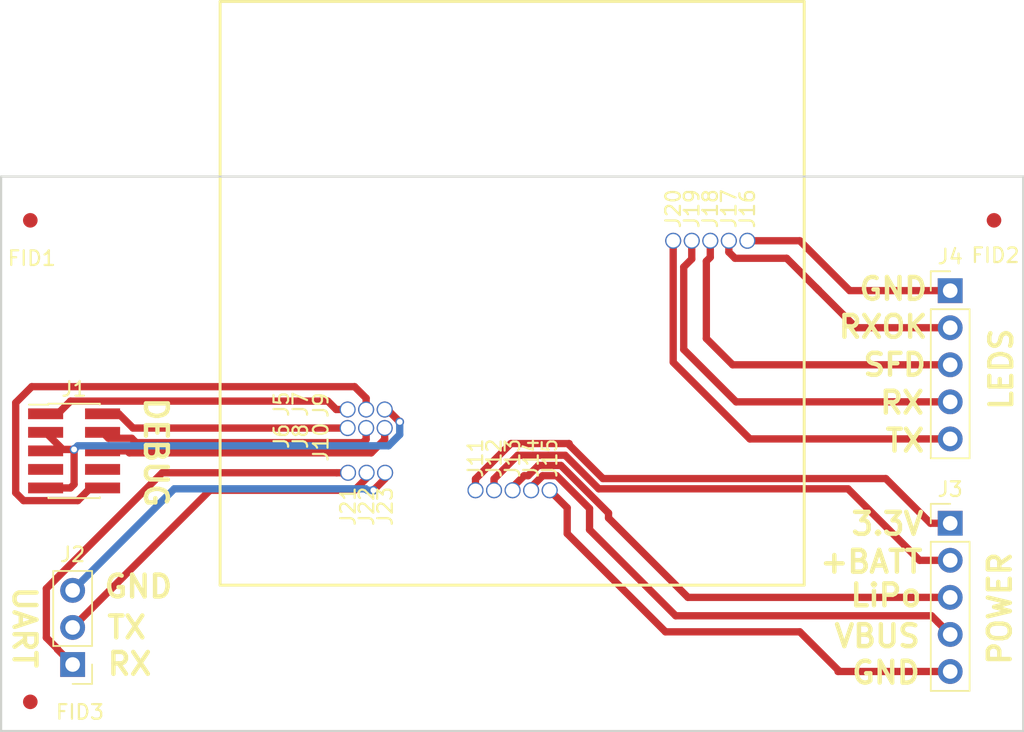
<source format=kicad_pcb>
(kicad_pcb (version 4) (host pcbnew 4.0.7-e2-6376~61~ubuntu18.04.1)

  (general
    (links 21)
    (no_connects 0)
    (area 113.728572 59.899999 186.271429 111.775)
    (thickness 1.6)
    (drawings 25)
    (tracks 126)
    (zones 0)
    (modules 34)
    (nets 25)
  )

  (page A4)
  (layers
    (0 F.Cu signal)
    (31 B.Cu signal)
    (32 B.Adhes user)
    (33 F.Adhes user)
    (34 B.Paste user)
    (35 F.Paste user)
    (36 B.SilkS user)
    (37 F.SilkS user)
    (38 B.Mask user)
    (39 F.Mask user)
    (40 Dwgs.User user)
    (41 Cmts.User user)
    (42 Eco1.User user)
    (43 Eco2.User user)
    (44 Edge.Cuts user)
    (45 Margin user)
    (46 B.CrtYd user)
    (47 F.CrtYd user)
    (48 B.Fab user)
    (49 F.Fab user)
  )

  (setup
    (last_trace_width 0.25)
    (user_trace_width 0.5)
    (trace_clearance 0.2)
    (zone_clearance 0.508)
    (zone_45_only no)
    (trace_min 0.2)
    (segment_width 0.2)
    (edge_width 0.15)
    (via_size 0.6)
    (via_drill 0.4)
    (via_min_size 0.4)
    (via_min_drill 0.3)
    (uvia_size 0.3)
    (uvia_drill 0.1)
    (uvias_allowed no)
    (uvia_min_size 0.2)
    (uvia_min_drill 0.1)
    (pcb_text_width 0.3)
    (pcb_text_size 1.5 1.5)
    (mod_edge_width 0.15)
    (mod_text_size 1 1)
    (mod_text_width 0.15)
    (pad_size 2.7 2.7)
    (pad_drill 2.7)
    (pad_to_mask_clearance 0.2)
    (aux_axis_origin 0 0)
    (visible_elements FFFFFF7F)
    (pcbplotparams
      (layerselection 0x010f8_80000001)
      (usegerberextensions false)
      (excludeedgelayer true)
      (linewidth 0.100000)
      (plotframeref false)
      (viasonmask false)
      (mode 1)
      (useauxorigin false)
      (hpglpennumber 1)
      (hpglpenspeed 20)
      (hpglpendiameter 15)
      (hpglpenoverlay 2)
      (psnegative false)
      (psa4output false)
      (plotreference true)
      (plotvalue true)
      (plotinvisibletext false)
      (padsonsilk false)
      (subtractmaskfromsilk false)
      (outputformat 1)
      (mirror false)
      (drillshape 0)
      (scaleselection 1)
      (outputdirectory gerber/))
  )

  (net 0 "")
  (net 1 "Net-(FID1-Pad~)")
  (net 2 "Net-(FID2-Pad~)")
  (net 3 "Net-(FID3-Pad~)")
  (net 4 "Net-(J1-Pad1)")
  (net 5 "Net-(J1-Pad2)")
  (net 6 "Net-(J1-Pad3)")
  (net 7 "Net-(J1-Pad4)")
  (net 8 "Net-(J1-Pad6)")
  (net 9 "Net-(J1-Pad7)")
  (net 10 "Net-(J1-Pad8)")
  (net 11 "Net-(J1-Pad10)")
  (net 12 "Net-(J2-Pad1)")
  (net 13 "Net-(J2-Pad2)")
  (net 14 "Net-(J2-Pad3)")
  (net 15 "Net-(J11-Pad1)")
  (net 16 "Net-(J12-Pad1)")
  (net 17 "Net-(J13-Pad1)")
  (net 18 "Net-(J14-Pad1)")
  (net 19 "Net-(J15-Pad1)")
  (net 20 "Net-(J16-Pad1)")
  (net 21 "Net-(J17-Pad1)")
  (net 22 "Net-(J18-Pad1)")
  (net 23 "Net-(J19-Pad1)")
  (net 24 "Net-(J20-Pad1)")

  (net_class Default "This is the default net class."
    (clearance 0.2)
    (trace_width 0.25)
    (via_dia 0.6)
    (via_drill 0.4)
    (uvia_dia 0.3)
    (uvia_drill 0.1)
    (add_net "Net-(FID1-Pad~)")
    (add_net "Net-(FID2-Pad~)")
    (add_net "Net-(FID3-Pad~)")
    (add_net "Net-(J1-Pad1)")
    (add_net "Net-(J1-Pad10)")
    (add_net "Net-(J1-Pad2)")
    (add_net "Net-(J1-Pad3)")
    (add_net "Net-(J1-Pad4)")
    (add_net "Net-(J1-Pad6)")
    (add_net "Net-(J1-Pad7)")
    (add_net "Net-(J1-Pad8)")
    (add_net "Net-(J11-Pad1)")
    (add_net "Net-(J12-Pad1)")
    (add_net "Net-(J13-Pad1)")
    (add_net "Net-(J14-Pad1)")
    (add_net "Net-(J15-Pad1)")
    (add_net "Net-(J16-Pad1)")
    (add_net "Net-(J17-Pad1)")
    (add_net "Net-(J18-Pad1)")
    (add_net "Net-(J19-Pad1)")
    (add_net "Net-(J2-Pad1)")
    (add_net "Net-(J2-Pad2)")
    (add_net "Net-(J2-Pad3)")
    (add_net "Net-(J20-Pad1)")
  )

  (net_class Power ""
    (clearance 0.2)
    (trace_width 0.5)
    (via_dia 0.6)
    (via_drill 0.4)
    (uvia_dia 0.3)
    (uvia_drill 0.1)
  )

  (module Mounting_Holes:MountingHole_2.7mm_M2.5 (layer F.Cu) (tedit 5C4884A1) (tstamp 5C489D28)
    (at 176 75)
    (descr "Mounting Hole 2.7mm, no annular, M2.5")
    (tags "mounting hole 2.7mm no annular m2.5")
    (fp_text reference REF** (at 0 -3.7) (layer F.SilkS) hide
      (effects (font (size 1 1) (thickness 0.15)))
    )
    (fp_text value MountingHole_2.7mm_M2.5 (at 0 3.7) (layer F.Fab) hide
      (effects (font (size 1 1) (thickness 0.15)))
    )
    (fp_circle (center 0 0) (end 2.7 0) (layer Cmts.User) (width 0.15))
    (fp_circle (center 0 0) (end 2.95 0) (layer F.CrtYd) (width 0.05))
    (pad 1 np_thru_hole circle (at 0 0) (size 2.7 2.7) (drill 2.7) (layers *.Cu *.Mask))
  )

  (module Mounting_Holes:MountingHole_2.7mm_M2.5 (layer F.Cu) (tedit 5C4884A1) (tstamp 5C489D1B)
    (at 124 75)
    (descr "Mounting Hole 2.7mm, no annular, M2.5")
    (tags "mounting hole 2.7mm no annular m2.5")
    (fp_text reference REF** (at 0 -3.7) (layer F.SilkS) hide
      (effects (font (size 1 1) (thickness 0.15)))
    )
    (fp_text value MountingHole_2.7mm_M2.5 (at 0 3.7) (layer F.Fab) hide
      (effects (font (size 1 1) (thickness 0.15)))
    )
    (fp_circle (center 0 0) (end 2.7 0) (layer Cmts.User) (width 0.15))
    (fp_circle (center 0 0) (end 2.95 0) (layer F.CrtYd) (width 0.05))
    (pad 1 np_thru_hole circle (at 0 0) (size 2.7 2.7) (drill 2.7) (layers *.Cu *.Mask))
  )

  (module Mounting_Holes:MountingHole_2.7mm_M2.5 (layer F.Cu) (tedit 5C4884A1) (tstamp 5C489D07)
    (at 167 107)
    (descr "Mounting Hole 2.7mm, no annular, M2.5")
    (tags "mounting hole 2.7mm no annular m2.5")
    (fp_text reference REF** (at 0 -3.7) (layer F.SilkS) hide
      (effects (font (size 1 1) (thickness 0.15)))
    )
    (fp_text value MountingHole_2.7mm_M2.5 (at 0 3.7) (layer F.Fab) hide
      (effects (font (size 1 1) (thickness 0.15)))
    )
    (fp_circle (center 0 0) (end 2.7 0) (layer Cmts.User) (width 0.15))
    (fp_circle (center 0 0) (end 2.95 0) (layer F.CrtYd) (width 0.05))
    (pad 1 np_thru_hole circle (at 0 0) (size 2.7 2.7) (drill 2.7) (layers *.Cu *.Mask))
  )

  (module Mounting_Holes:MountingHole_2.7mm_M2.5 (layer F.Cu) (tedit 5C4884A1) (tstamp 5C489D01)
    (at 133 107)
    (descr "Mounting Hole 2.7mm, no annular, M2.5")
    (tags "mounting hole 2.7mm no annular m2.5")
    (fp_text reference REF** (at 0 -3.7) (layer F.SilkS) hide
      (effects (font (size 1 1) (thickness 0.15)))
    )
    (fp_text value MountingHole_2.7mm_M2.5 (at 0 3.7) (layer F.Fab) hide
      (effects (font (size 1 1) (thickness 0.15)))
    )
    (fp_circle (center 0 0) (end 2.7 0) (layer Cmts.User) (width 0.15))
    (fp_circle (center 0 0) (end 2.95 0) (layer F.CrtYd) (width 0.05))
    (pad 1 np_thru_hole circle (at 0 0) (size 2.7 2.7) (drill 2.7) (layers *.Cu *.Mask))
  )

  (module Mounting_Holes:MountingHole_2.7mm_M2.5 (layer F.Cu) (tedit 5C4884A4) (tstamp 5C488395)
    (at 167 81)
    (descr "Mounting Hole 2.7mm, no annular, M2.5")
    (tags "mounting hole 2.7mm no annular m2.5")
    (fp_text reference REF** (at 0 -3.7) (layer F.SilkS) hide
      (effects (font (size 1 1) (thickness 0.15)))
    )
    (fp_text value MountingHole_2.7mm_M2.5 (at 0 3.7) (layer F.Fab) hide
      (effects (font (size 1 1) (thickness 0.15)))
    )
    (fp_circle (center 0 0) (end 2.7 0) (layer Cmts.User) (width 0.15))
    (fp_circle (center 0 0) (end 2.95 0) (layer F.CrtYd) (width 0.05))
    (pad 1 np_thru_hole circle (at 0 0) (size 2.7 2.7) (drill 2.7) (layers *.Cu *.Mask))
  )

  (module Mounting_Holes:MountingHole_2.7mm_M2.5 (layer F.Cu) (tedit 5C4884A1) (tstamp 5C488391)
    (at 133 97)
    (descr "Mounting Hole 2.7mm, no annular, M2.5")
    (tags "mounting hole 2.7mm no annular m2.5")
    (fp_text reference REF** (at 0 -3.7) (layer F.SilkS) hide
      (effects (font (size 1 1) (thickness 0.15)))
    )
    (fp_text value MountingHole_2.7mm_M2.5 (at 0 3.7) (layer F.Fab) hide
      (effects (font (size 1 1) (thickness 0.15)))
    )
    (fp_circle (center 0 0) (end 2.7 0) (layer Cmts.User) (width 0.15))
    (fp_circle (center 0 0) (end 2.95 0) (layer F.CrtYd) (width 0.05))
    (pad 1 np_thru_hole circle (at 0 0) (size 2.7 2.7) (drill 2.7) (layers *.Cu *.Mask))
  )

  (module Mounting_Holes:MountingHole_2.7mm_M2.5 (layer F.Cu) (tedit 5C4884A7) (tstamp 5C48838D)
    (at 167 97)
    (descr "Mounting Hole 2.7mm, no annular, M2.5")
    (tags "mounting hole 2.7mm no annular m2.5")
    (fp_text reference REF** (at 0 -3.7) (layer F.SilkS) hide
      (effects (font (size 1 1) (thickness 0.15)))
    )
    (fp_text value MountingHole_2.7mm_M2.5 (at 0 3.7) (layer F.Fab) hide
      (effects (font (size 1 1) (thickness 0.15)))
    )
    (fp_circle (center 0 0) (end 2.7 0) (layer Cmts.User) (width 0.15))
    (fp_circle (center 0 0) (end 2.95 0) (layer F.CrtYd) (width 0.05))
    (pad 1 np_thru_hole circle (at 0 0) (size 2.7 2.7) (drill 2.7) (layers *.Cu *.Mask))
  )

  (module Mounting_Holes:MountingHole_2.7mm_M2.5 (layer F.Cu) (tedit 5C48849D) (tstamp 5C48838A)
    (at 133 81)
    (descr "Mounting Hole 2.7mm, no annular, M2.5")
    (tags "mounting hole 2.7mm no annular m2.5")
    (fp_text reference REF** (at 0 -3.7) (layer F.SilkS) hide
      (effects (font (size 1 1) (thickness 0.15)))
    )
    (fp_text value MountingHole_2.7mm_M2.5 (at 0 3.7) (layer F.Fab) hide
      (effects (font (size 1 1) (thickness 0.15)))
    )
    (fp_circle (center 0 0) (end 2.7 0) (layer Cmts.User) (width 0.15))
    (fp_circle (center 0 0) (end 2.95 0) (layer F.CrtYd) (width 0.05))
    (pad 1 np_thru_hole circle (at 0 0) (size 2.7 2.7) (drill 2.7) (layers *.Cu *.Mask))
  )

  (module Fiducials:Fiducial_1mm_Dia_2.54mm_Outer_CopperTop (layer F.Cu) (tedit 5C48949A) (tstamp 5C48852A)
    (at 117 75)
    (descr "Circular Fiducial, 1mm bare copper top; 2.54mm keepout")
    (tags marker)
    (path /5C47453D)
    (attr smd)
    (fp_text reference FID1 (at 0.1 2.6) (layer F.SilkS)
      (effects (font (size 1 1) (thickness 0.15)))
    )
    (fp_text value Fiducial (at 0 -1.8) (layer F.Fab) hide
      (effects (font (size 1 1) (thickness 0.15)))
    )
    (fp_circle (center 0 0) (end 1.55 0) (layer F.CrtYd) (width 0.05))
    (pad ~ smd circle (at 0 0) (size 1 1) (layers F.Cu F.Mask)
      (net 1 "Net-(FID1-Pad~)") (solder_mask_margin 0.77) (clearance 0.77))
  )

  (module Fiducials:Fiducial_1mm_Dia_2.54mm_Outer_CopperTop (layer F.Cu) (tedit 5C48949D) (tstamp 5C48852F)
    (at 183 75)
    (descr "Circular Fiducial, 1mm bare copper top; 2.54mm keepout")
    (tags marker)
    (path /5C4745DA)
    (attr smd)
    (fp_text reference FID2 (at 0.1 2.4) (layer F.SilkS)
      (effects (font (size 1 1) (thickness 0.15)))
    )
    (fp_text value Fiducial (at 0 -1.8) (layer F.Fab) hide
      (effects (font (size 1 1) (thickness 0.15)))
    )
    (fp_circle (center 0 0) (end 1.55 0) (layer F.CrtYd) (width 0.05))
    (pad ~ smd circle (at 0 0) (size 1 1) (layers F.Cu F.Mask)
      (net 2 "Net-(FID2-Pad~)") (solder_mask_margin 0.77) (clearance 0.77))
  )

  (module Fiducials:Fiducial_1mm_Dia_2.54mm_Outer_CopperTop (layer F.Cu) (tedit 5C489496) (tstamp 5C488534)
    (at 117 108)
    (descr "Circular Fiducial, 1mm bare copper top; 2.54mm keepout")
    (tags marker)
    (path /5C4746D1)
    (attr smd)
    (fp_text reference FID3 (at 3.4 0.7) (layer F.SilkS)
      (effects (font (size 1 1) (thickness 0.15)))
    )
    (fp_text value Fiducial (at 0 -1.8) (layer F.Fab) hide
      (effects (font (size 1 1) (thickness 0.15)))
    )
    (fp_circle (center 0 0) (end 1.55 0) (layer F.CrtYd) (width 0.05))
    (pad ~ smd circle (at 0 0) (size 1 1) (layers F.Cu F.Mask)
      (net 3 "Net-(FID3-Pad~)") (solder_mask_margin 0.77) (clearance 0.77))
  )

  (module Pin_Headers:Pin_Header_Straight_2x05_Pitch1.27mm_SMD (layer F.Cu) (tedit 5C489AB2) (tstamp 5C488542)
    (at 120 90.8)
    (descr "surface-mounted straight pin header, 2x05, 1.27mm pitch, double rows")
    (tags "Surface mounted pin header SMD 2x05 1.27mm double row")
    (path /5C41218E)
    (attr smd)
    (fp_text reference J1 (at 0 -4.235) (layer F.SilkS)
      (effects (font (size 1 1) (thickness 0.15)))
    )
    (fp_text value HOST_DEBUG (at 0 4.235) (layer F.Fab) hide
      (effects (font (size 1 1) (thickness 0.15)))
    )
    (fp_line (start 1.705 3.175) (end -1.705 3.175) (layer F.Fab) (width 0.1))
    (fp_line (start -1.27 -3.175) (end 1.705 -3.175) (layer F.Fab) (width 0.1))
    (fp_line (start -1.705 3.175) (end -1.705 -2.74) (layer F.Fab) (width 0.1))
    (fp_line (start -1.705 -2.74) (end -1.27 -3.175) (layer F.Fab) (width 0.1))
    (fp_line (start 1.705 -3.175) (end 1.705 3.175) (layer F.Fab) (width 0.1))
    (fp_line (start -1.705 -2.74) (end -2.75 -2.74) (layer F.Fab) (width 0.1))
    (fp_line (start -2.75 -2.74) (end -2.75 -2.34) (layer F.Fab) (width 0.1))
    (fp_line (start -2.75 -2.34) (end -1.705 -2.34) (layer F.Fab) (width 0.1))
    (fp_line (start 1.705 -2.74) (end 2.75 -2.74) (layer F.Fab) (width 0.1))
    (fp_line (start 2.75 -2.74) (end 2.75 -2.34) (layer F.Fab) (width 0.1))
    (fp_line (start 2.75 -2.34) (end 1.705 -2.34) (layer F.Fab) (width 0.1))
    (fp_line (start -1.705 -1.47) (end -2.75 -1.47) (layer F.Fab) (width 0.1))
    (fp_line (start -2.75 -1.47) (end -2.75 -1.07) (layer F.Fab) (width 0.1))
    (fp_line (start -2.75 -1.07) (end -1.705 -1.07) (layer F.Fab) (width 0.1))
    (fp_line (start 1.705 -1.47) (end 2.75 -1.47) (layer F.Fab) (width 0.1))
    (fp_line (start 2.75 -1.47) (end 2.75 -1.07) (layer F.Fab) (width 0.1))
    (fp_line (start 2.75 -1.07) (end 1.705 -1.07) (layer F.Fab) (width 0.1))
    (fp_line (start -1.705 -0.2) (end -2.75 -0.2) (layer F.Fab) (width 0.1))
    (fp_line (start -2.75 -0.2) (end -2.75 0.2) (layer F.Fab) (width 0.1))
    (fp_line (start -2.75 0.2) (end -1.705 0.2) (layer F.Fab) (width 0.1))
    (fp_line (start 1.705 -0.2) (end 2.75 -0.2) (layer F.Fab) (width 0.1))
    (fp_line (start 2.75 -0.2) (end 2.75 0.2) (layer F.Fab) (width 0.1))
    (fp_line (start 2.75 0.2) (end 1.705 0.2) (layer F.Fab) (width 0.1))
    (fp_line (start -1.705 1.07) (end -2.75 1.07) (layer F.Fab) (width 0.1))
    (fp_line (start -2.75 1.07) (end -2.75 1.47) (layer F.Fab) (width 0.1))
    (fp_line (start -2.75 1.47) (end -1.705 1.47) (layer F.Fab) (width 0.1))
    (fp_line (start 1.705 1.07) (end 2.75 1.07) (layer F.Fab) (width 0.1))
    (fp_line (start 2.75 1.07) (end 2.75 1.47) (layer F.Fab) (width 0.1))
    (fp_line (start 2.75 1.47) (end 1.705 1.47) (layer F.Fab) (width 0.1))
    (fp_line (start -1.705 2.34) (end -2.75 2.34) (layer F.Fab) (width 0.1))
    (fp_line (start -2.75 2.34) (end -2.75 2.74) (layer F.Fab) (width 0.1))
    (fp_line (start -2.75 2.74) (end -1.705 2.74) (layer F.Fab) (width 0.1))
    (fp_line (start 1.705 2.34) (end 2.75 2.34) (layer F.Fab) (width 0.1))
    (fp_line (start 2.75 2.34) (end 2.75 2.74) (layer F.Fab) (width 0.1))
    (fp_line (start 2.75 2.74) (end 1.705 2.74) (layer F.Fab) (width 0.1))
    (fp_line (start -1.765 -3.235) (end 1.765 -3.235) (layer F.SilkS) (width 0.12))
    (fp_line (start -1.765 3.235) (end 1.765 3.235) (layer F.SilkS) (width 0.12))
    (fp_line (start -3.09 -3.17) (end -1.765 -3.17) (layer F.SilkS) (width 0.12))
    (fp_line (start -1.765 -3.235) (end -1.765 -3.17) (layer F.SilkS) (width 0.12))
    (fp_line (start 1.765 -3.235) (end 1.765 -3.17) (layer F.SilkS) (width 0.12))
    (fp_line (start -1.765 3.17) (end -1.765 3.235) (layer F.SilkS) (width 0.12))
    (fp_line (start 1.765 3.17) (end 1.765 3.235) (layer F.SilkS) (width 0.12))
    (fp_line (start -4.3 -3.7) (end -4.3 3.7) (layer F.CrtYd) (width 0.05))
    (fp_line (start -4.3 3.7) (end 4.3 3.7) (layer F.CrtYd) (width 0.05))
    (fp_line (start 4.3 3.7) (end 4.3 -3.7) (layer F.CrtYd) (width 0.05))
    (fp_line (start 4.3 -3.7) (end -4.3 -3.7) (layer F.CrtYd) (width 0.05))
    (fp_text user %R (at 0 0 90) (layer F.Fab)
      (effects (font (size 1 1) (thickness 0.15)))
    )
    (pad 1 smd rect (at -1.95 -2.54) (size 2.4 0.74) (layers F.Cu F.Paste F.Mask)
      (net 4 "Net-(J1-Pad1)"))
    (pad 2 smd rect (at 1.95 -2.54) (size 2.4 0.74) (layers F.Cu F.Paste F.Mask)
      (net 5 "Net-(J1-Pad2)"))
    (pad 3 smd rect (at -1.95 -1.27) (size 2.4 0.74) (layers F.Cu F.Paste F.Mask)
      (net 6 "Net-(J1-Pad3)"))
    (pad 4 smd rect (at 1.95 -1.27) (size 2.4 0.74) (layers F.Cu F.Paste F.Mask)
      (net 7 "Net-(J1-Pad4)"))
    (pad 5 smd rect (at -1.95 0) (size 2.4 0.74) (layers F.Cu F.Paste F.Mask)
      (net 6 "Net-(J1-Pad3)"))
    (pad 6 smd rect (at 1.95 0) (size 2.4 0.74) (layers F.Cu F.Paste F.Mask)
      (net 8 "Net-(J1-Pad6)"))
    (pad 7 smd rect (at -1.95 1.27) (size 2.4 0.74) (layers F.Cu F.Paste F.Mask)
      (net 9 "Net-(J1-Pad7)"))
    (pad 8 smd rect (at 1.95 1.27) (size 2.4 0.74) (layers F.Cu F.Paste F.Mask)
      (net 10 "Net-(J1-Pad8)"))
    (pad 9 smd rect (at -1.95 2.54) (size 2.4 0.74) (layers F.Cu F.Paste F.Mask)
      (net 6 "Net-(J1-Pad3)"))
    (pad 10 smd rect (at 1.95 2.54) (size 2.4 0.74) (layers F.Cu F.Paste F.Mask)
      (net 11 "Net-(J1-Pad10)"))
    (model ${KISYS3DMOD}/Pin_Headers.3dshapes/Pin_Header_Straight_2x05_Pitch1.27mm_SMD.wrl
      (at (xyz 0 0 0))
      (scale (xyz 1 1 1))
      (rotate (xyz 0 0 0))
    )
  )

  (module Pin_Headers:Pin_Header_Straight_1x03_Pitch2.54mm (layer F.Cu) (tedit 5C489AB5) (tstamp 5C488549)
    (at 119.9 105.44 180)
    (descr "Through hole straight pin header, 1x03, 2.54mm pitch, single row")
    (tags "Through hole pin header THT 1x03 2.54mm single row")
    (path /5C411FEF)
    (fp_text reference J2 (at 0 7.54 180) (layer F.SilkS)
      (effects (font (size 1 1) (thickness 0.15)))
    )
    (fp_text value HOST_UART (at 0 7.41 180) (layer F.Fab) hide
      (effects (font (size 1 1) (thickness 0.15)))
    )
    (fp_line (start -0.635 -1.27) (end 1.27 -1.27) (layer F.Fab) (width 0.1))
    (fp_line (start 1.27 -1.27) (end 1.27 6.35) (layer F.Fab) (width 0.1))
    (fp_line (start 1.27 6.35) (end -1.27 6.35) (layer F.Fab) (width 0.1))
    (fp_line (start -1.27 6.35) (end -1.27 -0.635) (layer F.Fab) (width 0.1))
    (fp_line (start -1.27 -0.635) (end -0.635 -1.27) (layer F.Fab) (width 0.1))
    (fp_line (start -1.33 6.41) (end 1.33 6.41) (layer F.SilkS) (width 0.12))
    (fp_line (start -1.33 1.27) (end -1.33 6.41) (layer F.SilkS) (width 0.12))
    (fp_line (start 1.33 1.27) (end 1.33 6.41) (layer F.SilkS) (width 0.12))
    (fp_line (start -1.33 1.27) (end 1.33 1.27) (layer F.SilkS) (width 0.12))
    (fp_line (start -1.33 0) (end -1.33 -1.33) (layer F.SilkS) (width 0.12))
    (fp_line (start -1.33 -1.33) (end 0 -1.33) (layer F.SilkS) (width 0.12))
    (fp_line (start -1.8 -1.8) (end -1.8 6.85) (layer F.CrtYd) (width 0.05))
    (fp_line (start -1.8 6.85) (end 1.8 6.85) (layer F.CrtYd) (width 0.05))
    (fp_line (start 1.8 6.85) (end 1.8 -1.8) (layer F.CrtYd) (width 0.05))
    (fp_line (start 1.8 -1.8) (end -1.8 -1.8) (layer F.CrtYd) (width 0.05))
    (fp_text user %R (at 0 2.54 270) (layer F.Fab)
      (effects (font (size 1 1) (thickness 0.15)))
    )
    (pad 1 thru_hole rect (at 0 0 180) (size 1.7 1.7) (drill 1) (layers *.Cu *.Mask)
      (net 12 "Net-(J2-Pad1)"))
    (pad 2 thru_hole oval (at 0 2.54 180) (size 1.7 1.7) (drill 1) (layers *.Cu *.Mask)
      (net 13 "Net-(J2-Pad2)"))
    (pad 3 thru_hole oval (at 0 5.08 180) (size 1.7 1.7) (drill 1) (layers *.Cu *.Mask)
      (net 14 "Net-(J2-Pad3)"))
    (model ${KISYS3DMOD}/Pin_Headers.3dshapes/Pin_Header_Straight_1x03_Pitch2.54mm.wrl
      (at (xyz 0 0 0))
      (scale (xyz 1 1 1))
      (rotate (xyz 0 0 0))
    )
  )

  (module Pin_Headers:Pin_Header_Straight_1x05_Pitch2.54mm (layer F.Cu) (tedit 5C489AB9) (tstamp 5C488552)
    (at 180 95.76)
    (descr "Through hole straight pin header, 1x05, 2.54mm pitch, single row")
    (tags "Through hole pin header THT 1x05 2.54mm single row")
    (path /5C41231B)
    (fp_text reference J3 (at 0 -2.33) (layer F.SilkS)
      (effects (font (size 1 1) (thickness 0.15)))
    )
    (fp_text value HOST_POWER (at 0 12.49) (layer F.Fab) hide
      (effects (font (size 1 1) (thickness 0.15)))
    )
    (fp_line (start -0.635 -1.27) (end 1.27 -1.27) (layer F.Fab) (width 0.1))
    (fp_line (start 1.27 -1.27) (end 1.27 11.43) (layer F.Fab) (width 0.1))
    (fp_line (start 1.27 11.43) (end -1.27 11.43) (layer F.Fab) (width 0.1))
    (fp_line (start -1.27 11.43) (end -1.27 -0.635) (layer F.Fab) (width 0.1))
    (fp_line (start -1.27 -0.635) (end -0.635 -1.27) (layer F.Fab) (width 0.1))
    (fp_line (start -1.33 11.49) (end 1.33 11.49) (layer F.SilkS) (width 0.12))
    (fp_line (start -1.33 1.27) (end -1.33 11.49) (layer F.SilkS) (width 0.12))
    (fp_line (start 1.33 1.27) (end 1.33 11.49) (layer F.SilkS) (width 0.12))
    (fp_line (start -1.33 1.27) (end 1.33 1.27) (layer F.SilkS) (width 0.12))
    (fp_line (start -1.33 0) (end -1.33 -1.33) (layer F.SilkS) (width 0.12))
    (fp_line (start -1.33 -1.33) (end 0 -1.33) (layer F.SilkS) (width 0.12))
    (fp_line (start -1.8 -1.8) (end -1.8 11.95) (layer F.CrtYd) (width 0.05))
    (fp_line (start -1.8 11.95) (end 1.8 11.95) (layer F.CrtYd) (width 0.05))
    (fp_line (start 1.8 11.95) (end 1.8 -1.8) (layer F.CrtYd) (width 0.05))
    (fp_line (start 1.8 -1.8) (end -1.8 -1.8) (layer F.CrtYd) (width 0.05))
    (fp_text user %R (at 0 5.08 90) (layer F.Fab)
      (effects (font (size 1 1) (thickness 0.15)))
    )
    (pad 1 thru_hole rect (at 0 0) (size 1.7 1.7) (drill 1) (layers *.Cu *.Mask)
      (net 15 "Net-(J11-Pad1)"))
    (pad 2 thru_hole oval (at 0 2.54) (size 1.7 1.7) (drill 1) (layers *.Cu *.Mask)
      (net 16 "Net-(J12-Pad1)"))
    (pad 3 thru_hole oval (at 0 5.08) (size 1.7 1.7) (drill 1) (layers *.Cu *.Mask)
      (net 17 "Net-(J13-Pad1)"))
    (pad 4 thru_hole oval (at 0 7.62) (size 1.7 1.7) (drill 1) (layers *.Cu *.Mask)
      (net 18 "Net-(J14-Pad1)"))
    (pad 5 thru_hole oval (at 0 10.16) (size 1.7 1.7) (drill 1) (layers *.Cu *.Mask)
      (net 19 "Net-(J15-Pad1)"))
    (model ${KISYS3DMOD}/Pin_Headers.3dshapes/Pin_Header_Straight_1x05_Pitch2.54mm.wrl
      (at (xyz 0 0 0))
      (scale (xyz 1 1 1))
      (rotate (xyz 0 0 0))
    )
  )

  (module Pin_Headers:Pin_Header_Straight_1x05_Pitch2.54mm (layer F.Cu) (tedit 5C489AB7) (tstamp 5C48855B)
    (at 180 79.82)
    (descr "Through hole straight pin header, 1x05, 2.54mm pitch, single row")
    (tags "Through hole pin header THT 1x05 2.54mm single row")
    (path /5C4121EB)
    (fp_text reference J4 (at 0 -2.33) (layer F.SilkS)
      (effects (font (size 1 1) (thickness 0.15)))
    )
    (fp_text value HOST_LEDS (at 0 12.49) (layer F.Fab) hide
      (effects (font (size 1 1) (thickness 0.15)))
    )
    (fp_line (start -0.635 -1.27) (end 1.27 -1.27) (layer F.Fab) (width 0.1))
    (fp_line (start 1.27 -1.27) (end 1.27 11.43) (layer F.Fab) (width 0.1))
    (fp_line (start 1.27 11.43) (end -1.27 11.43) (layer F.Fab) (width 0.1))
    (fp_line (start -1.27 11.43) (end -1.27 -0.635) (layer F.Fab) (width 0.1))
    (fp_line (start -1.27 -0.635) (end -0.635 -1.27) (layer F.Fab) (width 0.1))
    (fp_line (start -1.33 11.49) (end 1.33 11.49) (layer F.SilkS) (width 0.12))
    (fp_line (start -1.33 1.27) (end -1.33 11.49) (layer F.SilkS) (width 0.12))
    (fp_line (start 1.33 1.27) (end 1.33 11.49) (layer F.SilkS) (width 0.12))
    (fp_line (start -1.33 1.27) (end 1.33 1.27) (layer F.SilkS) (width 0.12))
    (fp_line (start -1.33 0) (end -1.33 -1.33) (layer F.SilkS) (width 0.12))
    (fp_line (start -1.33 -1.33) (end 0 -1.33) (layer F.SilkS) (width 0.12))
    (fp_line (start -1.8 -1.8) (end -1.8 11.95) (layer F.CrtYd) (width 0.05))
    (fp_line (start -1.8 11.95) (end 1.8 11.95) (layer F.CrtYd) (width 0.05))
    (fp_line (start 1.8 11.95) (end 1.8 -1.8) (layer F.CrtYd) (width 0.05))
    (fp_line (start 1.8 -1.8) (end -1.8 -1.8) (layer F.CrtYd) (width 0.05))
    (fp_text user %R (at 0 5.08 90) (layer F.Fab)
      (effects (font (size 1 1) (thickness 0.15)))
    )
    (pad 1 thru_hole rect (at 0 0) (size 1.7 1.7) (drill 1) (layers *.Cu *.Mask)
      (net 20 "Net-(J16-Pad1)"))
    (pad 2 thru_hole oval (at 0 2.54) (size 1.7 1.7) (drill 1) (layers *.Cu *.Mask)
      (net 21 "Net-(J17-Pad1)"))
    (pad 3 thru_hole oval (at 0 5.08) (size 1.7 1.7) (drill 1) (layers *.Cu *.Mask)
      (net 22 "Net-(J18-Pad1)"))
    (pad 4 thru_hole oval (at 0 7.62) (size 1.7 1.7) (drill 1) (layers *.Cu *.Mask)
      (net 23 "Net-(J19-Pad1)"))
    (pad 5 thru_hole oval (at 0 10.16) (size 1.7 1.7) (drill 1) (layers *.Cu *.Mask)
      (net 24 "Net-(J20-Pad1)"))
    (model ${KISYS3DMOD}/Pin_Headers.3dshapes/Pin_Header_Straight_1x05_Pitch2.54mm.wrl
      (at (xyz 0 0 0))
      (scale (xyz 1 1 1))
      (rotate (xyz 0 0 0))
    )
  )

  (module jig:Harwin-Sleeve-S13-1.27mm (layer F.Cu) (tedit 5C4885C4) (tstamp 5C488560)
    (at 138.73 87.965)
    (path /5C48999A)
    (fp_text reference J5 (at -4.53 -0.365 90) (layer F.SilkS)
      (effects (font (size 1 1) (thickness 0.15)))
    )
    (fp_text value S13 (at -0.1 -1.5) (layer F.Fab) hide
      (effects (font (size 1 1) (thickness 0.15)))
    )
    (pad 1 thru_hole circle (at 0 0) (size 1.1 1.1) (drill 0.92) (layers *.Cu *.Mask)
      (net 4 "Net-(J1-Pad1)"))
    (model ${KIPRJMOD}/Harwin-s13-503.wrl
      (at (xyz 0 0 0))
      (scale (xyz 1 1 1))
      (rotate (xyz 0 0 0))
    )
  )

  (module jig:Harwin-Sleeve-S13-1.27mm (layer F.Cu) (tedit 5C4885C9) (tstamp 5C488565)
    (at 138.73 89.235)
    (path /5C489855)
    (fp_text reference J6 (at -4.53 0.565 90) (layer F.SilkS)
      (effects (font (size 1 1) (thickness 0.15)))
    )
    (fp_text value S13 (at -0.1 -1.5) (layer F.Fab) hide
      (effects (font (size 1 1) (thickness 0.15)))
    )
    (pad 1 thru_hole circle (at 0 0) (size 1.1 1.1) (drill 0.92) (layers *.Cu *.Mask)
      (net 5 "Net-(J1-Pad2)"))
    (model ${KIPRJMOD}/Harwin-s13-503.wrl
      (at (xyz 0 0 0))
      (scale (xyz 1 1 1))
      (rotate (xyz 0 0 0))
    )
  )

  (module jig:Harwin-Sleeve-S13-1.27mm (layer F.Cu) (tedit 5C4885C1) (tstamp 5C48856A)
    (at 140 87.965)
    (path /5C489A15)
    (fp_text reference J7 (at -4.5 -0.365 90) (layer F.SilkS)
      (effects (font (size 1 1) (thickness 0.15)))
    )
    (fp_text value S13 (at -0.1 -1.5) (layer F.Fab) hide
      (effects (font (size 1 1) (thickness 0.15)))
    )
    (pad 1 thru_hole circle (at 0 0) (size 1.1 1.1) (drill 0.92) (layers *.Cu *.Mask)
      (net 11 "Net-(J1-Pad10)"))
    (model ${KIPRJMOD}/Harwin-s13-503.wrl
      (at (xyz 0 0 0))
      (scale (xyz 1 1 1))
      (rotate (xyz 0 0 0))
    )
  )

  (module jig:Harwin-Sleeve-S13-1.27mm (layer F.Cu) (tedit 5C4885C7) (tstamp 5C48856F)
    (at 140 89.235)
    (path /5C4898B4)
    (fp_text reference J8 (at -4.5 0.565 90) (layer F.SilkS)
      (effects (font (size 1 1) (thickness 0.15)))
    )
    (fp_text value S13 (at -0.1 -1.5) (layer F.Fab) hide
      (effects (font (size 1 1) (thickness 0.15)))
    )
    (pad 1 thru_hole circle (at 0 0) (size 1.1 1.1) (drill 0.92) (layers *.Cu *.Mask)
      (net 7 "Net-(J1-Pad4)"))
    (model ${KIPRJMOD}/Harwin-s13-503.wrl
      (at (xyz 0 0 0))
      (scale (xyz 1 1 1))
      (rotate (xyz 0 0 0))
    )
  )

  (module jig:Harwin-Sleeve-S13-1.27mm (layer F.Cu) (tedit 5C4885BF) (tstamp 5C488574)
    (at 141.27 87.965)
    (path /5C489A68)
    (fp_text reference J9 (at -4.37 -0.3 90) (layer F.SilkS)
      (effects (font (size 1 1) (thickness 0.15)))
    )
    (fp_text value S13 (at -0.1 -1.5) (layer F.Fab) hide
      (effects (font (size 1 1) (thickness 0.15)))
    )
    (pad 1 thru_hole circle (at 0 0) (size 1.1 1.1) (drill 0.92) (layers *.Cu *.Mask)
      (net 6 "Net-(J1-Pad3)"))
    (model ${KIPRJMOD}/Harwin-s13-503.wrl
      (at (xyz 0 0 0))
      (scale (xyz 1 1 1))
      (rotate (xyz 0 0 0))
    )
  )

  (module jig:Harwin-Sleeve-S13-1.27mm (layer F.Cu) (tedit 5C4885BC) (tstamp 5C488579)
    (at 141.27 89.235)
    (path /5C489947)
    (fp_text reference J10 (at -4.37 0.965 90) (layer F.SilkS)
      (effects (font (size 1 1) (thickness 0.15)))
    )
    (fp_text value S13 (at -0.1 -1.5) (layer F.Fab) hide
      (effects (font (size 1 1) (thickness 0.15)))
    )
    (pad 1 thru_hole circle (at 0 0) (size 1.1 1.1) (drill 0.92) (layers *.Cu *.Mask)
      (net 8 "Net-(J1-Pad6)"))
    (model ${KIPRJMOD}/Harwin-s13-503.wrl
      (at (xyz 0 0 0))
      (scale (xyz 1 1 1))
      (rotate (xyz 0 0 0))
    )
  )

  (module jig:Harwin-Sleeve-S13-1.27mm (layer F.Cu) (tedit 5C488A75) (tstamp 5C48857E)
    (at 147.49 93.5)
    (path /5C4874D3)
    (fp_text reference J11 (at 0 -2.2 90) (layer F.SilkS)
      (effects (font (size 1 1) (thickness 0.15)))
    )
    (fp_text value S13 (at -0.1 -1.5) (layer F.Fab) hide
      (effects (font (size 1 1) (thickness 0.15)))
    )
    (pad 1 thru_hole circle (at 0 0) (size 1.1 1.1) (drill 0.92) (layers *.Cu *.Mask)
      (net 15 "Net-(J11-Pad1)"))
    (model ${KIPRJMOD}/Harwin-s13-503.wrl
      (at (xyz 0 0 0))
      (scale (xyz 1 1 1))
      (rotate (xyz 0 0 0))
    )
  )

  (module jig:Harwin-Sleeve-S13-1.27mm (layer F.Cu) (tedit 5C488A77) (tstamp 5C488583)
    (at 148.76 93.5)
    (path /5C48755A)
    (fp_text reference J12 (at 0 -2.2 90) (layer F.SilkS)
      (effects (font (size 1 1) (thickness 0.15)))
    )
    (fp_text value S13 (at -0.1 -1.5) (layer F.Fab) hide
      (effects (font (size 1 1) (thickness 0.15)))
    )
    (pad 1 thru_hole circle (at 0 0) (size 1.1 1.1) (drill 0.92) (layers *.Cu *.Mask)
      (net 16 "Net-(J12-Pad1)"))
    (model ${KIPRJMOD}/Harwin-s13-503.wrl
      (at (xyz 0 0 0))
      (scale (xyz 1 1 1))
      (rotate (xyz 0 0 0))
    )
  )

  (module jig:Harwin-Sleeve-S13-1.27mm (layer F.Cu) (tedit 5C488A7A) (tstamp 5C488588)
    (at 150.03 93.5)
    (path /5C487589)
    (fp_text reference J13 (at 0 -2.2 90) (layer F.SilkS)
      (effects (font (size 1 1) (thickness 0.15)))
    )
    (fp_text value S13 (at -0.1 -1.5) (layer F.Fab) hide
      (effects (font (size 1 1) (thickness 0.15)))
    )
    (pad 1 thru_hole circle (at 0 0) (size 1.1 1.1) (drill 0.92) (layers *.Cu *.Mask)
      (net 17 "Net-(J13-Pad1)"))
    (model ${KIPRJMOD}/Harwin-s13-503.wrl
      (at (xyz 0 0 0))
      (scale (xyz 1 1 1))
      (rotate (xyz 0 0 0))
    )
  )

  (module jig:Harwin-Sleeve-S13-1.27mm (layer F.Cu) (tedit 5C488A7C) (tstamp 5C48858D)
    (at 151.3 93.5)
    (path /5C4875C8)
    (fp_text reference J14 (at 0 -2.2 90) (layer F.SilkS)
      (effects (font (size 1 1) (thickness 0.15)))
    )
    (fp_text value S13 (at -0.1 -1.5) (layer F.Fab) hide
      (effects (font (size 1 1) (thickness 0.15)))
    )
    (pad 1 thru_hole circle (at 0 0) (size 1.1 1.1) (drill 0.92) (layers *.Cu *.Mask)
      (net 18 "Net-(J14-Pad1)"))
    (model ${KIPRJMOD}/Harwin-s13-503.wrl
      (at (xyz 0 0 0))
      (scale (xyz 1 1 1))
      (rotate (xyz 0 0 0))
    )
  )

  (module jig:Harwin-Sleeve-S13-1.27mm (layer F.Cu) (tedit 5C488A7F) (tstamp 5C488592)
    (at 152.57 93.5)
    (path /5C48762B)
    (fp_text reference J15 (at 0 -2.2 90) (layer F.SilkS)
      (effects (font (size 1 1) (thickness 0.15)))
    )
    (fp_text value S13 (at -0.1 -1.5) (layer F.Fab) hide
      (effects (font (size 1 1) (thickness 0.15)))
    )
    (pad 1 thru_hole circle (at 0 0) (size 1.1 1.1) (drill 0.92) (layers *.Cu *.Mask)
      (net 19 "Net-(J15-Pad1)"))
    (model ${KIPRJMOD}/Harwin-s13-503.wrl
      (at (xyz 0 0 0))
      (scale (xyz 1 1 1))
      (rotate (xyz 0 0 0))
    )
  )

  (module jig:Harwin-Sleeve-S13-1.27mm (layer F.Cu) (tedit 5C488747) (tstamp 5C488597)
    (at 166.11 76.4)
    (path /5C4884C7)
    (fp_text reference J16 (at 0 -2.2 90) (layer F.SilkS)
      (effects (font (size 1 1) (thickness 0.15)))
    )
    (fp_text value S13 (at -0.1 -1.5) (layer F.Fab) hide
      (effects (font (size 1 1) (thickness 0.15)))
    )
    (pad 1 thru_hole circle (at 0 0) (size 1.1 1.1) (drill 0.92) (layers *.Cu *.Mask)
      (net 20 "Net-(J16-Pad1)"))
    (model ${KIPRJMOD}/Harwin-s13-503.wrl
      (at (xyz 0 0 0))
      (scale (xyz 1 1 1))
      (rotate (xyz 0 0 0))
    )
  )

  (module jig:Harwin-Sleeve-S13-1.27mm (layer F.Cu) (tedit 5C48874A) (tstamp 5C48859C)
    (at 164.84 76.4)
    (path /5C488582)
    (fp_text reference J17 (at 0 -2.2 90) (layer F.SilkS)
      (effects (font (size 1 1) (thickness 0.15)))
    )
    (fp_text value S13 (at -0.1 -1.5) (layer F.Fab) hide
      (effects (font (size 1 1) (thickness 0.15)))
    )
    (pad 1 thru_hole circle (at 0 0) (size 1.1 1.1) (drill 0.92) (layers *.Cu *.Mask)
      (net 21 "Net-(J17-Pad1)"))
    (model ${KIPRJMOD}/Harwin-s13-503.wrl
      (at (xyz 0 0 0))
      (scale (xyz 1 1 1))
      (rotate (xyz 0 0 0))
    )
  )

  (module jig:Harwin-Sleeve-S13-1.27mm (layer F.Cu) (tedit 5C48874D) (tstamp 5C4885A1)
    (at 163.57 76.4)
    (path /5C4885C7)
    (fp_text reference J18 (at 0 -2.2 90) (layer F.SilkS)
      (effects (font (size 1 1) (thickness 0.15)))
    )
    (fp_text value S13 (at -0.1 -1.5) (layer F.Fab) hide
      (effects (font (size 1 1) (thickness 0.15)))
    )
    (pad 1 thru_hole circle (at 0 0) (size 1.1 1.1) (drill 0.92) (layers *.Cu *.Mask)
      (net 22 "Net-(J18-Pad1)"))
    (model ${KIPRJMOD}/Harwin-s13-503.wrl
      (at (xyz 0 0 0))
      (scale (xyz 1 1 1))
      (rotate (xyz 0 0 0))
    )
  )

  (module jig:Harwin-Sleeve-S13-1.27mm (layer F.Cu) (tedit 5C48874F) (tstamp 5C4885A6)
    (at 162.3 76.4)
    (path /5C488662)
    (fp_text reference J19 (at 0 -2.2 90) (layer F.SilkS)
      (effects (font (size 1 1) (thickness 0.15)))
    )
    (fp_text value S13 (at -0.1 -1.5) (layer F.Fab) hide
      (effects (font (size 1 1) (thickness 0.15)))
    )
    (pad 1 thru_hole circle (at 0 0) (size 1.1 1.1) (drill 0.92) (layers *.Cu *.Mask)
      (net 23 "Net-(J19-Pad1)"))
    (model ${KIPRJMOD}/Harwin-s13-503.wrl
      (at (xyz 0 0 0))
      (scale (xyz 1 1 1))
      (rotate (xyz 0 0 0))
    )
  )

  (module jig:Harwin-Sleeve-S13-1.27mm (layer F.Cu) (tedit 5C488753) (tstamp 5C4885AB)
    (at 161.03 76.4)
    (path /5C4886AB)
    (fp_text reference J20 (at 0 -2.2 90) (layer F.SilkS)
      (effects (font (size 1 1) (thickness 0.15)))
    )
    (fp_text value S13 (at -0.1 -1.5) (layer F.Fab) hide
      (effects (font (size 1 1) (thickness 0.15)))
    )
    (pad 1 thru_hole circle (at 0 0) (size 1.1 1.1) (drill 0.92) (layers *.Cu *.Mask)
      (net 24 "Net-(J20-Pad1)"))
    (model ${KIPRJMOD}/Harwin-s13-503.wrl
      (at (xyz 0 0 0))
      (scale (xyz 1 1 1))
      (rotate (xyz 0 0 0))
    )
  )

  (module jig:Harwin-Sleeve-S13-1.27mm (layer F.Cu) (tedit 5C488B13) (tstamp 5C4885B0)
    (at 138.76 92.3)
    (path /5C4891DB)
    (fp_text reference J21 (at 0 2.3 90) (layer F.SilkS)
      (effects (font (size 1 1) (thickness 0.15)))
    )
    (fp_text value S13 (at -0.1 -1.5) (layer F.Fab) hide
      (effects (font (size 1 1) (thickness 0.15)))
    )
    (pad 1 thru_hole circle (at 0 0) (size 1.1 1.1) (drill 0.92) (layers *.Cu *.Mask)
      (net 12 "Net-(J2-Pad1)"))
    (model ${KIPRJMOD}/Harwin-s13-503.wrl
      (at (xyz 0 0 0))
      (scale (xyz 1 1 1))
      (rotate (xyz 0 0 0))
    )
  )

  (module jig:Harwin-Sleeve-S13-1.27mm (layer F.Cu) (tedit 5C488B15) (tstamp 5C4885B5)
    (at 140.03 92.3)
    (path /5C489236)
    (fp_text reference J22 (at 0 2.3 90) (layer F.SilkS)
      (effects (font (size 1 1) (thickness 0.15)))
    )
    (fp_text value S13 (at -0.1 -1.5) (layer F.Fab) hide
      (effects (font (size 1 1) (thickness 0.15)))
    )
    (pad 1 thru_hole circle (at 0 0) (size 1.1 1.1) (drill 0.92) (layers *.Cu *.Mask)
      (net 13 "Net-(J2-Pad2)"))
    (model ${KIPRJMOD}/Harwin-s13-503.wrl
      (at (xyz 0 0 0))
      (scale (xyz 1 1 1))
      (rotate (xyz 0 0 0))
    )
  )

  (module jig:Harwin-Sleeve-S13-1.27mm (layer F.Cu) (tedit 5C48EF31) (tstamp 5C4885BA)
    (at 141.3 92.3)
    (path /5C489289)
    (fp_text reference J23 (at 0 2.3 90) (layer F.SilkS)
      (effects (font (size 1 1) (thickness 0.15)))
    )
    (fp_text value S13 (at -0.1 -1.5) (layer F.Fab) hide
      (effects (font (size 1 1) (thickness 0.15)))
    )
    (pad 1 thru_hole circle (at 0 0) (size 1.1 1.1) (drill 0.92) (layers *.Cu *.Mask)
      (net 14 "Net-(J2-Pad3)"))
    (model ${KIPRJMOD}/Harwin-s13-503.wrl
      (at (xyz 0 0 0))
      (scale (xyz 1 1 1))
      (rotate (xyz 0 0 0))
    )
  )

  (gr_text GND (at 175.6 106) (layer F.SilkS)
    (effects (font (size 1.5 1.5) (thickness 0.3)))
  )
  (gr_text VBUS (at 175 103.5) (layer F.SilkS)
    (effects (font (size 1.5 1.5) (thickness 0.3)))
  )
  (gr_text LiPo (at 175.6 100.7) (layer F.SilkS)
    (effects (font (size 1.5 1.5) (thickness 0.3)))
  )
  (gr_text +BATT (at 174.6 98.4) (layer F.SilkS)
    (effects (font (size 1.5 1.5) (thickness 0.3)))
  )
  (gr_text 3.3V (at 175.7 95.8) (layer F.SilkS)
    (effects (font (size 1.5 1.5) (thickness 0.3)))
  )
  (gr_text POWER (at 183.4 101.6 90) (layer F.SilkS)
    (effects (font (size 1.5 1.5) (thickness 0.3)))
  )
  (gr_text GND (at 176.1 79.7) (layer F.SilkS)
    (effects (font (size 1.5 1.5) (thickness 0.3)))
  )
  (gr_text RXOK (at 175.4 82.3) (layer F.SilkS)
    (effects (font (size 1.5 1.5) (thickness 0.3)))
  )
  (gr_text SFD (at 176.2 84.9) (layer F.SilkS)
    (effects (font (size 1.5 1.5) (thickness 0.3)))
  )
  (gr_text RX (at 176.7 87.5) (layer F.SilkS)
    (effects (font (size 1.5 1.5) (thickness 0.3)))
  )
  (gr_text TX (at 176.9 90.1) (layer F.SilkS)
    (effects (font (size 1.5 1.5) (thickness 0.3)))
  )
  (gr_text LEDS (at 183.5 85.2 90) (layer F.SilkS)
    (effects (font (size 1.5 1.5) (thickness 0.3)))
  )
  (gr_text RX (at 123.8 105.4) (layer F.SilkS)
    (effects (font (size 1.5 1.5) (thickness 0.3)))
  )
  (gr_text TX (at 123.6 102.9) (layer F.SilkS)
    (effects (font (size 1.5 1.5) (thickness 0.3)))
  )
  (gr_text GND (at 124.4 100.1) (layer F.SilkS)
    (effects (font (size 1.5 1.5) (thickness 0.3)))
  )
  (gr_text DEBUG (at 125.6 90.9 270) (layer F.SilkS)
    (effects (font (size 1.5 1.5) (thickness 0.3)))
  )
  (gr_text UART (at 116.6 102.9 270) (layer F.SilkS)
    (effects (font (size 1.5 1.5) (thickness 0.3)))
  )
  (gr_line (start 115 110) (end 115 72) (layer Edge.Cuts) (width 0.15))
  (gr_line (start 185 110) (end 115 110) (layer Edge.Cuts) (width 0.15))
  (gr_line (start 185 72) (end 185 110) (layer Edge.Cuts) (width 0.15))
  (gr_line (start 115 72) (end 185 72) (layer Edge.Cuts) (width 0.15))
  (gr_line (start 130 60) (end 130 100) (layer F.SilkS) (width 0.2))
  (gr_line (start 130 100) (end 170 100) (layer F.SilkS) (width 0.2))
  (gr_line (start 170 60) (end 170 100) (layer F.SilkS) (width 0.2))
  (gr_line (start 130 60) (end 170 60) (layer F.SilkS) (width 0.2))

  (segment (start 138.73 87.965) (end 137.952183 87.965) (width 0.5) (layer F.Cu) (net 4))
  (segment (start 137.952183 87.965) (end 137.377183 87.39) (width 0.5) (layer F.Cu) (net 4))
  (segment (start 137.377183 87.39) (end 119.75 87.39) (width 0.5) (layer F.Cu) (net 4))
  (segment (start 119.75 87.39) (end 118.88 88.26) (width 0.5) (layer F.Cu) (net 4))
  (segment (start 118.88 88.26) (end 118.05 88.26) (width 0.5) (layer F.Cu) (net 4))
  (segment (start 138.73 89.235) (end 124.035002 89.235) (width 0.5) (layer F.Cu) (net 5))
  (segment (start 124.035002 89.235) (end 123.060002 88.26) (width 0.5) (layer F.Cu) (net 5))
  (segment (start 123.060002 88.26) (end 121.95 88.26) (width 0.5) (layer F.Cu) (net 5))
  (segment (start 120.25001 90.44999) (end 120 90.7) (width 0.5) (layer B.Cu) (net 6))
  (segment (start 142.3 88.814954) (end 142.3 89.685002) (width 0.5) (layer B.Cu) (net 6))
  (segment (start 142.3 89.685002) (end 141.535012 90.44999) (width 0.5) (layer B.Cu) (net 6))
  (segment (start 141.535012 90.44999) (end 120.25001 90.44999) (width 0.5) (layer B.Cu) (net 6))
  (via (at 142.3 88.814954) (size 0.6) (drill 0.4) (layers F.Cu B.Cu) (net 6))
  (segment (start 141.450046 87.965) (end 142.3 88.814954) (width 0.5) (layer F.Cu) (net 6))
  (segment (start 141.27 87.965) (end 141.450046 87.965) (width 0.5) (layer F.Cu) (net 6))
  (segment (start 120 90.7) (end 120 93.09) (width 0.5) (layer F.Cu) (net 6))
  (segment (start 120 93.09) (end 119.75 93.34) (width 0.5) (layer F.Cu) (net 6))
  (segment (start 119.75 93.34) (end 118.05 93.34) (width 0.5) (layer F.Cu) (net 6))
  (segment (start 120 90.7) (end 119.22 90.7) (width 0.5) (layer F.Cu) (net 6))
  (segment (start 119.22 90.7) (end 118.05 89.53) (width 0.5) (layer F.Cu) (net 6))
  (segment (start 120 90.7) (end 118.15 90.7) (width 0.5) (layer F.Cu) (net 6))
  (segment (start 118.15 90.7) (end 118.05 90.8) (width 0.5) (layer F.Cu) (net 6))
  (via (at 120 90.7) (size 0.6) (drill 0.4) (layers F.Cu B.Cu) (net 6))
  (segment (start 140 90.012817) (end 139.777816 90.235001) (width 0.5) (layer F.Cu) (net 7))
  (segment (start 122.355011 89.935011) (end 121.95 89.53) (width 0.5) (layer F.Cu) (net 7))
  (segment (start 123.945046 89.935011) (end 122.355011 89.935011) (width 0.5) (layer F.Cu) (net 7))
  (segment (start 124.245036 90.235001) (end 123.945046 89.935011) (width 0.5) (layer F.Cu) (net 7))
  (segment (start 139.777816 90.235001) (end 124.245036 90.235001) (width 0.5) (layer F.Cu) (net 7))
  (segment (start 140 89.235) (end 140 90.012817) (width 0.5) (layer F.Cu) (net 7))
  (segment (start 140 89.235) (end 140 89.691814) (width 0.5) (layer F.Cu) (net 7))
  (segment (start 123.65 90.8) (end 121.95 90.8) (width 0.5) (layer F.Cu) (net 8))
  (segment (start 123.785012 90.935012) (end 123.65 90.8) (width 0.5) (layer F.Cu) (net 8))
  (segment (start 140.347805 90.935012) (end 123.785012 90.935012) (width 0.5) (layer F.Cu) (net 8))
  (segment (start 141.27 90.012817) (end 140.347805 90.935012) (width 0.5) (layer F.Cu) (net 8))
  (segment (start 141.27 89.235) (end 141.27 90.012817) (width 0.5) (layer F.Cu) (net 8))
  (segment (start 116 87.5) (end 116 93.670002) (width 0.5) (layer F.Cu) (net 11))
  (segment (start 116 93.670002) (end 116.539998 94.21) (width 0.5) (layer F.Cu) (net 11))
  (segment (start 116.539998 94.21) (end 120.25 94.21) (width 0.5) (layer F.Cu) (net 11))
  (segment (start 120.25 94.21) (end 121.12 93.34) (width 0.5) (layer F.Cu) (net 11))
  (segment (start 121.12 93.34) (end 121.95 93.34) (width 0.5) (layer F.Cu) (net 11))
  (segment (start 117.1 86.4) (end 116 87.5) (width 0.5) (layer F.Cu) (net 11))
  (segment (start 139.212817 86.4) (end 117.1 86.4) (width 0.5) (layer F.Cu) (net 11))
  (segment (start 140 87.187183) (end 139.212817 86.4) (width 0.5) (layer F.Cu) (net 11))
  (segment (start 140 87.965) (end 140 87.187183) (width 0.5) (layer F.Cu) (net 11))
  (segment (start 119.9 105.44) (end 118.86 104.4) (width 0.5) (layer F.Cu) (net 12))
  (segment (start 118.86 104.4) (end 118.86 104.36) (width 0.5) (layer F.Cu) (net 12))
  (segment (start 118.86 104.36) (end 118.1 103.6) (width 0.5) (layer F.Cu) (net 12))
  (segment (start 137.982183 92.3) (end 138.76 92.3) (width 0.5) (layer F.Cu) (net 12))
  (segment (start 118.1 103.6) (end 118.1 100.235998) (width 0.5) (layer F.Cu) (net 12))
  (segment (start 118.1 100.235998) (end 126.035998 92.3) (width 0.5) (layer F.Cu) (net 12))
  (segment (start 126.035998 92.3) (end 137.982183 92.3) (width 0.5) (layer F.Cu) (net 12))
  (segment (start 119.9 102.9) (end 129.3 93.5) (width 0.5) (layer F.Cu) (net 13))
  (segment (start 129.3 93.5) (end 139.2 93.5) (width 0.5) (layer F.Cu) (net 13))
  (segment (start 140.03 92.67) (end 140.03 92.3) (width 0.5) (layer F.Cu) (net 13))
  (segment (start 139.2 93.5) (end 140.03 92.67) (width 0.5) (layer F.Cu) (net 13))
  (segment (start 139.975736 93.4) (end 126.86 93.4) (width 0.5) (layer B.Cu) (net 14))
  (segment (start 126.86 93.4) (end 119.9 100.36) (width 0.5) (layer B.Cu) (net 14))
  (segment (start 140.5 93.5) (end 140.075736 93.5) (width 0.5) (layer B.Cu) (net 14))
  (segment (start 140.075736 93.5) (end 139.975736 93.4) (width 0.5) (layer B.Cu) (net 14))
  (segment (start 141.3 92.3) (end 141.3 92.7) (width 0.5) (layer F.Cu) (net 14))
  (segment (start 141.3 92.7) (end 140.5 93.5) (width 0.5) (layer F.Cu) (net 14))
  (via (at 140.5 93.5) (size 0.6) (drill 0.4) (layers F.Cu B.Cu) (net 14))
  (segment (start 149.912194 90.299989) (end 153.9 90.299989) (width 0.5) (layer F.Cu) (net 15))
  (segment (start 175.589989 92.699989) (end 156.219886 92.699989) (width 0.5) (layer F.Cu) (net 15))
  (segment (start 153.9 90.380103) (end 153.9 90.299989) (width 0.5) (layer F.Cu) (net 15))
  (segment (start 156.219886 92.699989) (end 153.9 90.380103) (width 0.5) (layer F.Cu) (net 15))
  (segment (start 175.589989 92.699989) (end 178.65 95.76) (width 0.5) (layer F.Cu) (net 15))
  (segment (start 147.49 92.722183) (end 149.912194 90.299989) (width 0.5) (layer F.Cu) (net 15))
  (segment (start 147.49 93.5) (end 147.49 92.722183) (width 0.5) (layer F.Cu) (net 15))
  (segment (start 178.65 95.76) (end 180 95.76) (width 0.5) (layer F.Cu) (net 15))
  (segment (start 173 93.4) (end 177.9 98.3) (width 0.5) (layer F.Cu) (net 16))
  (segment (start 177.9 98.3) (end 180 98.3) (width 0.5) (layer F.Cu) (net 16))
  (segment (start 155.92993 93.4) (end 173 93.4) (width 0.5) (layer F.Cu) (net 16))
  (segment (start 153.629908 91.099978) (end 155.92993 93.4) (width 0.5) (layer F.Cu) (net 16))
  (segment (start 150.382205 91.099978) (end 153.629908 91.099978) (width 0.5) (layer F.Cu) (net 16))
  (segment (start 148.76 93.5) (end 148.76 92.722183) (width 0.5) (layer F.Cu) (net 16))
  (segment (start 148.76 92.722183) (end 150.382205 91.099978) (width 0.5) (layer F.Cu) (net 16))
  (segment (start 178.797919 100.84) (end 180 100.84) (width 0.5) (layer F.Cu) (net 17))
  (segment (start 162.04 100.84) (end 178.797919 100.84) (width 0.5) (layer F.Cu) (net 17))
  (segment (start 156.6 95.060033) (end 156.6 95.4) (width 0.5) (layer F.Cu) (net 17))
  (segment (start 151.800046 91.799989) (end 153.339954 91.799989) (width 0.5) (layer F.Cu) (net 17))
  (segment (start 153.339954 91.799989) (end 156.6 95.060033) (width 0.5) (layer F.Cu) (net 17))
  (segment (start 156.6 95.4) (end 162.04 100.84) (width 0.5) (layer F.Cu) (net 17))
  (segment (start 150.03 93.289998) (end 150.819999 92.499999) (width 0.5) (layer F.Cu) (net 17))
  (segment (start 151.100037 92.499999) (end 151.800046 91.799989) (width 0.5) (layer F.Cu) (net 17))
  (segment (start 150.819999 92.499999) (end 151.100037 92.499999) (width 0.5) (layer F.Cu) (net 17))
  (segment (start 150.03 93.5) (end 150.03 93.289998) (width 0.5) (layer F.Cu) (net 17))
  (segment (start 178.72 102.1) (end 179.150001 102.530001) (width 0.5) (layer F.Cu) (net 18))
  (segment (start 155.3 96.2) (end 161.2 102.1) (width 0.5) (layer F.Cu) (net 18))
  (segment (start 152.089999 92.499999) (end 153.050001 92.499999) (width 0.5) (layer F.Cu) (net 18))
  (segment (start 155.3 94.749998) (end 155.3 96.2) (width 0.5) (layer F.Cu) (net 18))
  (segment (start 153.050001 92.499999) (end 155.3 94.749998) (width 0.5) (layer F.Cu) (net 18))
  (segment (start 179.150001 102.530001) (end 180 103.38) (width 0.5) (layer F.Cu) (net 18))
  (segment (start 161.2 102.1) (end 178.72 102.1) (width 0.5) (layer F.Cu) (net 18))
  (segment (start 151.3 93.5) (end 151.3 93.289998) (width 0.5) (layer F.Cu) (net 18))
  (segment (start 151.3 93.289998) (end 152.089999 92.499999) (width 0.5) (layer F.Cu) (net 18))
  (segment (start 153.77 96.47) (end 160.5 103.2) (width 0.5) (layer F.Cu) (net 19))
  (segment (start 172.32 105.82) (end 169.7 103.2) (width 0.5) (layer F.Cu) (net 19))
  (segment (start 169.7 103.2) (end 160.5 103.2) (width 0.5) (layer F.Cu) (net 19))
  (segment (start 172.32 105.92) (end 172.32 105.82) (width 0.5) (layer F.Cu) (net 19))
  (segment (start 152.57 93.5) (end 153.77 94.7) (width 0.5) (layer F.Cu) (net 19))
  (segment (start 153.77 94.7) (end 153.77 96.47) (width 0.5) (layer F.Cu) (net 19))
  (segment (start 172.32 105.92) (end 180 105.92) (width 0.5) (layer F.Cu) (net 19))
  (segment (start 169.7 76.4) (end 173.12 79.82) (width 0.5) (layer F.Cu) (net 20))
  (segment (start 173.12 79.82) (end 180 79.82) (width 0.5) (layer F.Cu) (net 20))
  (segment (start 166.11 76.4) (end 169.7 76.4) (width 0.5) (layer F.Cu) (net 20))
  (segment (start 171 79.8) (end 173.56 82.36) (width 0.5) (layer F.Cu) (net 21))
  (segment (start 171 79.8) (end 168.8 77.6) (width 0.5) (layer F.Cu) (net 21))
  (segment (start 170.8 79.6) (end 171 79.8) (width 0.5) (layer F.Cu) (net 21))
  (segment (start 165.262183 77.6) (end 168.8 77.6) (width 0.5) (layer F.Cu) (net 21))
  (segment (start 173.56 82.36) (end 180 82.36) (width 0.5) (layer F.Cu) (net 21))
  (segment (start 164.84 76.4) (end 164.84 77.177817) (width 0.5) (layer F.Cu) (net 21))
  (segment (start 164.84 77.177817) (end 165.262183 77.6) (width 0.5) (layer F.Cu) (net 21))
  (segment (start 165.1 84.9) (end 180 84.9) (width 0.5) (layer F.Cu) (net 22))
  (segment (start 163.3 83.1) (end 165.1 84.9) (width 0.5) (layer F.Cu) (net 22))
  (segment (start 163.3 77.8) (end 163.3 83.1) (width 0.5) (layer F.Cu) (net 22))
  (segment (start 163.57 76.4) (end 163.57 77.53) (width 0.5) (layer F.Cu) (net 22))
  (segment (start 163.57 77.53) (end 163.3 77.8) (width 0.5) (layer F.Cu) (net 22))
  (segment (start 161.750001 78.2) (end 162.3 77.650001) (width 0.5) (layer F.Cu) (net 23))
  (segment (start 162.3 77.650001) (end 162.3 76.4) (width 0.5) (layer F.Cu) (net 23))
  (segment (start 161.750001 83.850001) (end 161.750001 78.2) (width 0.5) (layer F.Cu) (net 23))
  (segment (start 165.34 87.44) (end 161.750001 83.850001) (width 0.5) (layer F.Cu) (net 23))
  (segment (start 180 87.44) (end 165.34 87.44) (width 0.5) (layer F.Cu) (net 23))
  (segment (start 166.28 89.98) (end 180 89.98) (width 0.5) (layer F.Cu) (net 24))
  (segment (start 161.03 84.73) (end 166.28 89.98) (width 0.5) (layer F.Cu) (net 24))
  (segment (start 161.03 76.4) (end 161.03 84.67) (width 0.5) (layer F.Cu) (net 24))

)

</source>
